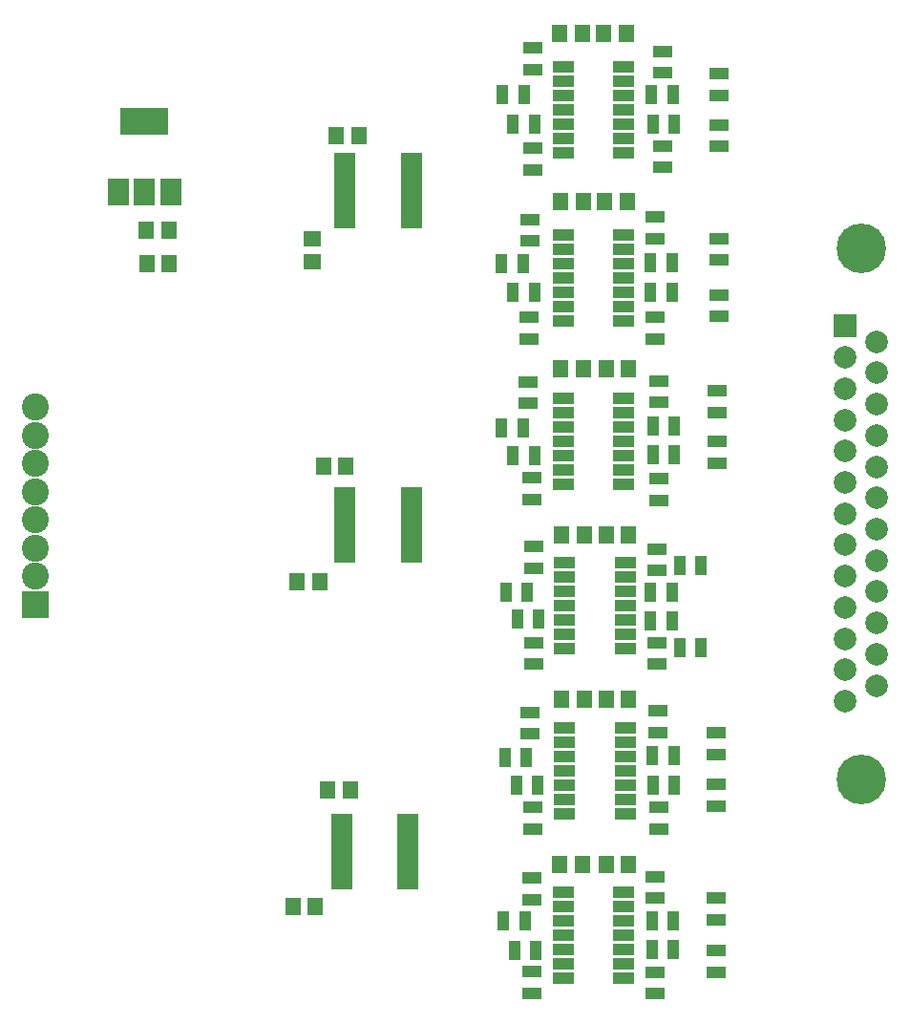
<source format=gbr>
G04 #@! TF.GenerationSoftware,KiCad,Pcbnew,(5.1.2)-1*
G04 #@! TF.CreationDate,2019-12-09T15:06:57+03:00*
G04 #@! TF.ProjectId,DAC_board,4441435f-626f-4617-9264-2e6b69636164,rev?*
G04 #@! TF.SameCoordinates,Original*
G04 #@! TF.FileFunction,Soldermask,Bot*
G04 #@! TF.FilePolarity,Negative*
%FSLAX46Y46*%
G04 Gerber Fmt 4.6, Leading zero omitted, Abs format (unit mm)*
G04 Created by KiCad (PCBNEW (5.1.2)-1) date 2019-12-09 15:06:57*
%MOMM*%
%LPD*%
G04 APERTURE LIST*
%ADD10C,4.400000*%
%ADD11C,2.000000*%
%ADD12R,2.000000X2.000000*%
%ADD13R,1.400000X1.650000*%
%ADD14R,1.650000X1.400000*%
%ADD15R,1.100000X1.700000*%
%ADD16R,1.700000X1.100000*%
%ADD17R,1.850000X0.850000*%
%ADD18R,1.900000X1.000000*%
%ADD19R,4.200000X2.400000*%
%ADD20R,1.900000X2.400000*%
%ADD21C,2.400000*%
%ADD22R,2.400000X2.400000*%
G04 APERTURE END LIST*
D10*
X191220000Y-71370000D03*
X191220000Y-118470000D03*
D11*
X192640000Y-110155000D03*
X192640000Y-107385000D03*
X192640000Y-104615000D03*
X192640000Y-101845000D03*
X192640000Y-99075000D03*
X192640000Y-96305000D03*
X192640000Y-93535000D03*
X192640000Y-90765000D03*
X192640000Y-87995000D03*
X192640000Y-85225000D03*
X192640000Y-82455000D03*
X192640000Y-79685000D03*
X189800000Y-111540000D03*
X189800000Y-108770000D03*
X189800000Y-106000000D03*
X189800000Y-103230000D03*
X189800000Y-100460000D03*
X189800000Y-97690000D03*
X189800000Y-94920000D03*
X189800000Y-92150000D03*
X189800000Y-89380000D03*
X189800000Y-86610000D03*
X189800000Y-83840000D03*
X189800000Y-81070000D03*
D12*
X189800000Y-78300000D03*
D13*
X170400000Y-52400000D03*
X168400000Y-52400000D03*
X170500000Y-67300000D03*
X168500000Y-67300000D03*
X170600000Y-82100000D03*
X168600000Y-82100000D03*
X170600000Y-96800000D03*
X168600000Y-96800000D03*
X170600000Y-111400000D03*
X168600000Y-111400000D03*
X170600000Y-126000000D03*
X168600000Y-126000000D03*
X146700000Y-61400000D03*
X144700000Y-61400000D03*
X145550000Y-90700000D03*
X143550000Y-90700000D03*
X145950000Y-119400000D03*
X143950000Y-119400000D03*
X166500000Y-52400000D03*
X164500000Y-52400000D03*
X166600000Y-67300000D03*
X164600000Y-67300000D03*
X166600000Y-82100000D03*
X164600000Y-82100000D03*
X166700000Y-96800000D03*
X164700000Y-96800000D03*
X166700000Y-111400000D03*
X164700000Y-111400000D03*
X166500000Y-126000000D03*
X164500000Y-126000000D03*
D14*
X142600000Y-72600000D03*
X142600000Y-70600000D03*
D13*
X143250000Y-100950000D03*
X141250000Y-100950000D03*
X142850000Y-129750000D03*
X140850000Y-129750000D03*
X127850000Y-69800000D03*
X129850000Y-69800000D03*
X127900000Y-72750000D03*
X129900000Y-72750000D03*
D15*
X172650000Y-57800000D03*
X174550000Y-57800000D03*
X172750000Y-60400000D03*
X174650000Y-60400000D03*
D16*
X178600000Y-55950000D03*
X178600000Y-57850000D03*
X173600000Y-53950000D03*
X173600000Y-55850000D03*
X178600000Y-62350000D03*
X178600000Y-60450000D03*
X173600000Y-64250000D03*
X173600000Y-62350000D03*
D15*
X162250000Y-60400000D03*
X160350000Y-60400000D03*
X161350000Y-57800000D03*
X159450000Y-57800000D03*
D16*
X162100000Y-64450000D03*
X162100000Y-62550000D03*
X162100000Y-53650000D03*
X162100000Y-55550000D03*
D15*
X172550000Y-72700000D03*
X174450000Y-72700000D03*
X172550000Y-75300000D03*
X174450000Y-75300000D03*
D16*
X178600000Y-70550000D03*
X178600000Y-72450000D03*
X173000000Y-68650000D03*
X173000000Y-70550000D03*
X178600000Y-77450000D03*
X178600000Y-75550000D03*
X173000000Y-79450000D03*
X173000000Y-77550000D03*
D15*
X162250000Y-75300000D03*
X160350000Y-75300000D03*
X161250000Y-72800000D03*
X159350000Y-72800000D03*
D16*
X161800000Y-79450000D03*
X161800000Y-77550000D03*
X161900000Y-68850000D03*
X161900000Y-70750000D03*
D15*
X172750000Y-87200000D03*
X174650000Y-87200000D03*
X172750000Y-89700000D03*
X174650000Y-89700000D03*
D16*
X178500000Y-84050000D03*
X178500000Y-85950000D03*
X173300000Y-83150000D03*
X173300000Y-85050000D03*
X178500000Y-90450000D03*
X178500000Y-88550000D03*
X173300000Y-93750000D03*
X173300000Y-91850000D03*
D15*
X162250000Y-89800000D03*
X160350000Y-89800000D03*
X161250000Y-87300000D03*
X159350000Y-87300000D03*
D16*
X162000000Y-93650000D03*
X162000000Y-91750000D03*
X161700000Y-83250000D03*
X161700000Y-85150000D03*
D15*
X172550000Y-101900000D03*
X174450000Y-101900000D03*
X172550000Y-104400000D03*
X174450000Y-104400000D03*
X175150000Y-99500000D03*
X177050000Y-99500000D03*
D16*
X173100000Y-98050000D03*
X173100000Y-99950000D03*
D15*
X175150000Y-106800000D03*
X177050000Y-106800000D03*
D16*
X173100000Y-108250000D03*
X173100000Y-106350000D03*
D15*
X162650000Y-104300000D03*
X160750000Y-104300000D03*
X161650000Y-101900000D03*
X159750000Y-101900000D03*
D16*
X162200000Y-108250000D03*
X162200000Y-106350000D03*
X162200000Y-97850000D03*
X162200000Y-99750000D03*
D15*
X172725000Y-116400000D03*
X174625000Y-116400000D03*
X172750000Y-119000000D03*
X174650000Y-119000000D03*
D16*
X178400000Y-114350000D03*
X178400000Y-116250000D03*
X173200000Y-112400000D03*
X173200000Y-114300000D03*
X178400000Y-120850000D03*
X178400000Y-118950000D03*
X173275000Y-122850000D03*
X173275000Y-120950000D03*
D15*
X162575000Y-119000000D03*
X160675000Y-119000000D03*
X161550000Y-116500000D03*
X159650000Y-116500000D03*
D16*
X162125000Y-122875000D03*
X162125000Y-120975000D03*
X161900000Y-112550000D03*
X161900000Y-114450000D03*
D15*
X172675000Y-131025000D03*
X174575000Y-131025000D03*
X172675000Y-133575000D03*
X174575000Y-133575000D03*
D16*
X178375000Y-129025000D03*
X178375000Y-130925000D03*
X172925000Y-127100000D03*
X172925000Y-129000000D03*
X178375000Y-135550000D03*
X178375000Y-133650000D03*
X172975000Y-137450000D03*
X172975000Y-135550000D03*
D15*
X162375000Y-133600000D03*
X160475000Y-133600000D03*
X161425000Y-131025000D03*
X159525000Y-131025000D03*
D16*
X162075000Y-137425000D03*
X162075000Y-135525000D03*
X162075000Y-127225000D03*
X162075000Y-129125000D03*
D17*
X151375000Y-63350000D03*
X151375000Y-64000000D03*
X151375000Y-64650000D03*
X151375000Y-65300000D03*
X151375000Y-65950000D03*
X151375000Y-66600000D03*
X151375000Y-67250000D03*
X151375000Y-67900000D03*
X151375000Y-68550000D03*
X151375000Y-69200000D03*
X145475000Y-69200000D03*
X145475000Y-68550000D03*
X145475000Y-67900000D03*
X145475000Y-67250000D03*
X145475000Y-66600000D03*
X145475000Y-65950000D03*
X145475000Y-65300000D03*
X145475000Y-64650000D03*
X145475000Y-64000000D03*
X145475000Y-63350000D03*
X151375000Y-93025000D03*
X151375000Y-93675000D03*
X151375000Y-94325000D03*
X151375000Y-94975000D03*
X151375000Y-95625000D03*
X151375000Y-96275000D03*
X151375000Y-96925000D03*
X151375000Y-97575000D03*
X151375000Y-98225000D03*
X151375000Y-98875000D03*
X145475000Y-98875000D03*
X145475000Y-98225000D03*
X145475000Y-97575000D03*
X145475000Y-96925000D03*
X145475000Y-96275000D03*
X145475000Y-95625000D03*
X145475000Y-94975000D03*
X145475000Y-94325000D03*
X145475000Y-93675000D03*
X145475000Y-93025000D03*
X151050000Y-121975000D03*
X151050000Y-122625000D03*
X151050000Y-123275000D03*
X151050000Y-123925000D03*
X151050000Y-124575000D03*
X151050000Y-125225000D03*
X151050000Y-125875000D03*
X151050000Y-126525000D03*
X151050000Y-127175000D03*
X151050000Y-127825000D03*
X145150000Y-127825000D03*
X145150000Y-127175000D03*
X145150000Y-126525000D03*
X145150000Y-125875000D03*
X145150000Y-125225000D03*
X145150000Y-124575000D03*
X145150000Y-123925000D03*
X145150000Y-123275000D03*
X145150000Y-122625000D03*
X145150000Y-121975000D03*
D18*
X170200000Y-55290000D03*
X170200000Y-56560000D03*
X170200000Y-57830000D03*
X170200000Y-59100000D03*
X170200000Y-60370000D03*
X170200000Y-61640000D03*
X170200000Y-62910000D03*
X164800000Y-62910000D03*
X164800000Y-61640000D03*
X164800000Y-60370000D03*
X164800000Y-59100000D03*
X164800000Y-57830000D03*
X164800000Y-56560000D03*
X164800000Y-55290000D03*
X170200000Y-70190000D03*
X170200000Y-71460000D03*
X170200000Y-72730000D03*
X170200000Y-74000000D03*
X170200000Y-75270000D03*
X170200000Y-76540000D03*
X170200000Y-77810000D03*
X164800000Y-77810000D03*
X164800000Y-76540000D03*
X164800000Y-75270000D03*
X164800000Y-74000000D03*
X164800000Y-72730000D03*
X164800000Y-71460000D03*
X164800000Y-70190000D03*
X170200000Y-84690000D03*
X170200000Y-85960000D03*
X170200000Y-87230000D03*
X170200000Y-88500000D03*
X170200000Y-89770000D03*
X170200000Y-91040000D03*
X170200000Y-92310000D03*
X164800000Y-92310000D03*
X164800000Y-91040000D03*
X164800000Y-89770000D03*
X164800000Y-88500000D03*
X164800000Y-87230000D03*
X164800000Y-85960000D03*
X164800000Y-84690000D03*
X170300000Y-99290000D03*
X170300000Y-100560000D03*
X170300000Y-101830000D03*
X170300000Y-103100000D03*
X170300000Y-104370000D03*
X170300000Y-105640000D03*
X170300000Y-106910000D03*
X164900000Y-106910000D03*
X164900000Y-105640000D03*
X164900000Y-104370000D03*
X164900000Y-103100000D03*
X164900000Y-101830000D03*
X164900000Y-100560000D03*
X164900000Y-99290000D03*
X170300000Y-113890000D03*
X170300000Y-115160000D03*
X170300000Y-116430000D03*
X170300000Y-117700000D03*
X170300000Y-118970000D03*
X170300000Y-120240000D03*
X170300000Y-121510000D03*
X164900000Y-121510000D03*
X164900000Y-120240000D03*
X164900000Y-118970000D03*
X164900000Y-117700000D03*
X164900000Y-116430000D03*
X164900000Y-115160000D03*
X164900000Y-113890000D03*
X170200000Y-128490000D03*
X170200000Y-129760000D03*
X170200000Y-131030000D03*
X170200000Y-132300000D03*
X170200000Y-133570000D03*
X170200000Y-134840000D03*
X170200000Y-136110000D03*
X164800000Y-136110000D03*
X164800000Y-134840000D03*
X164800000Y-133570000D03*
X164800000Y-132300000D03*
X164800000Y-131030000D03*
X164800000Y-129760000D03*
X164800000Y-128490000D03*
D19*
X127700000Y-60150000D03*
D20*
X127700000Y-66450000D03*
X125400000Y-66450000D03*
X130000000Y-66450000D03*
D21*
X118000000Y-85490000D03*
X118000000Y-87990000D03*
X118000000Y-90490000D03*
X118000000Y-92990000D03*
X118000000Y-95490000D03*
X118000000Y-97990000D03*
X118000000Y-100490000D03*
D22*
X118000000Y-103000000D03*
M02*

</source>
